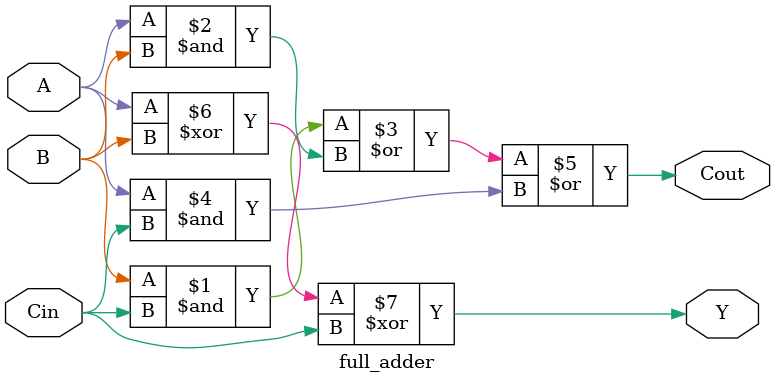
<source format=v>
module full_adder(
    
    input A, B, Cin,
    output Cout, Y
//    input [4:0] sw, [5:0] sw, [6:0] sw, [7:0] sw,
//    output [3:0] led,[4:0] led,[5:0] led
    
);
     //assign Cout = (~A&B&Cin + A&~B&Cin + A&B&~Cin + A&B&Cin);
     assign Cout = ((B&Cin) | (A&B) | (A&Cin));
     assign Y = (A ^ B ^ Cin);
endmodule 
</source>
